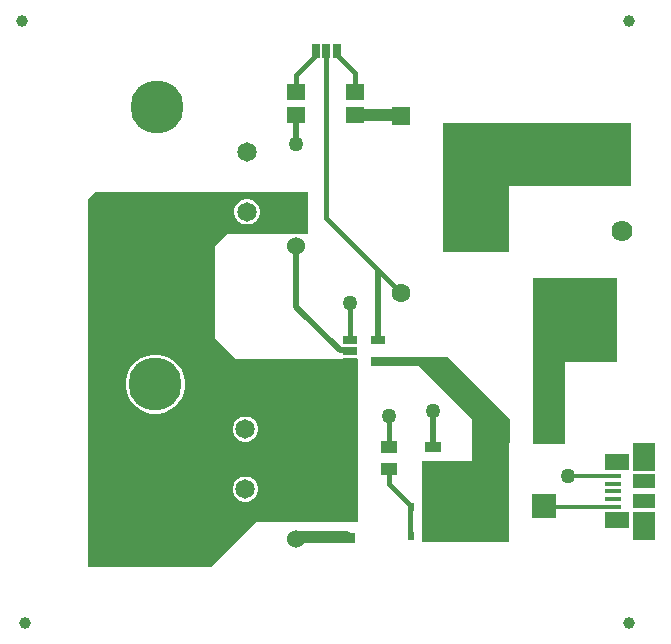
<source format=gtl>
G04*
G04 #@! TF.GenerationSoftware,Altium Limited,Altium Designer,25.4.2 (15)*
G04*
G04 Layer_Physical_Order=1*
G04 Layer_Color=255*
%FSLAX44Y44*%
%MOMM*%
G71*
G04*
G04 #@! TF.SameCoordinates,15869630-21D1-4171-BE07-BC68FFD32C74*
G04*
G04*
G04 #@! TF.FilePolarity,Positive*
G04*
G01*
G75*
%ADD10C,0.5080*%
%ADD17C,0.3810*%
%ADD18C,0.3048*%
%ADD21R,0.6000X0.8000*%
%ADD22R,1.3000X0.7000*%
%ADD23R,1.4500X1.0500*%
%ADD24R,1.5500X1.3500*%
%ADD25R,0.6350X1.2700*%
%ADD26R,2.0000X2.0000*%
%ADD27R,1.4000X0.9500*%
%ADD28R,1.3800X0.4500*%
%ADD29R,2.1000X1.4750*%
%ADD30R,1.9000X2.3750*%
%ADD31R,1.9000X1.1750*%
%ADD32R,6.3500X3.3000*%
%ADD33R,6.3500X3.8100*%
%ADD34R,4.0600X3.3000*%
%ADD45C,1.5240*%
%ADD51C,1.7800*%
%ADD54C,0.3302*%
%ADD55C,1.0160*%
%ADD56C,1.0000*%
%ADD57C,1.6500*%
%ADD58C,4.5000*%
%ADD59R,1.6000X1.6000*%
%ADD60C,1.6000*%
%ADD61C,1.2700*%
%ADD62C,0.8636*%
G36*
X541020Y396240D02*
X438150D01*
Y340360D01*
X382270D01*
Y449580D01*
X541020D01*
Y396240D01*
D02*
G37*
G36*
X529590Y247650D02*
X485140D01*
Y177800D01*
X458470D01*
Y318770D01*
X529590D01*
Y247650D01*
D02*
G37*
G36*
X267970Y355728D02*
X199088D01*
X189230Y345870D01*
Y267970D01*
X207010Y250190D01*
X309880D01*
Y111760D01*
X223520Y111760D01*
X185420Y73660D01*
X81280D01*
Y384810D01*
X87630Y391160D01*
X267970D01*
Y355728D01*
D02*
G37*
G36*
X438150Y199390D02*
Y95250D01*
X364490D01*
Y163830D01*
X406400D01*
Y199390D01*
X361950Y243840D01*
X321310D01*
Y251460D01*
X386080D01*
X438150Y199390D01*
D02*
G37*
%LPC*%
G36*
X217320Y385440D02*
X214480D01*
X211735Y384705D01*
X209275Y383284D01*
X207266Y381275D01*
X205845Y378815D01*
X205110Y376071D01*
Y373229D01*
X205845Y370485D01*
X207266Y368025D01*
X209275Y366016D01*
X211735Y364595D01*
X214480Y363860D01*
X217320D01*
X220065Y364595D01*
X222525Y366016D01*
X224534Y368025D01*
X225955Y370485D01*
X226690Y373229D01*
Y376071D01*
X225955Y378815D01*
X224534Y381275D01*
X222525Y383284D01*
X220065Y384705D01*
X217320Y385440D01*
D02*
G37*
G36*
X140896Y253640D02*
X135964D01*
X131126Y252678D01*
X126569Y250790D01*
X122468Y248050D01*
X118980Y244562D01*
X116240Y240461D01*
X114352Y235904D01*
X113390Y231066D01*
Y226134D01*
X114352Y221296D01*
X116240Y216739D01*
X118980Y212638D01*
X122468Y209150D01*
X126569Y206410D01*
X131126Y204522D01*
X135964Y203560D01*
X140896D01*
X145734Y204522D01*
X150291Y206410D01*
X154392Y209150D01*
X157880Y212638D01*
X160620Y216739D01*
X162508Y221296D01*
X163470Y226134D01*
Y231066D01*
X162508Y235904D01*
X160620Y240461D01*
X157880Y244562D01*
X154392Y248050D01*
X150291Y250790D01*
X145734Y252678D01*
X140896Y253640D01*
D02*
G37*
G36*
X216050Y201290D02*
X213209D01*
X210465Y200555D01*
X208005Y199134D01*
X205996Y197125D01*
X204575Y194665D01*
X203840Y191921D01*
Y189079D01*
X204575Y186335D01*
X205996Y183875D01*
X208005Y181866D01*
X210465Y180445D01*
X213209Y179710D01*
X216050D01*
X218795Y180445D01*
X221255Y181866D01*
X223264Y183875D01*
X224685Y186335D01*
X225420Y189079D01*
Y191921D01*
X224685Y194665D01*
X223264Y197125D01*
X221255Y199134D01*
X218795Y200555D01*
X216050Y201290D01*
D02*
G37*
G36*
Y150490D02*
X213209D01*
X210465Y149755D01*
X208005Y148334D01*
X205996Y146325D01*
X204575Y143865D01*
X203840Y141121D01*
Y138279D01*
X204575Y135535D01*
X205996Y133075D01*
X208005Y131066D01*
X210465Y129645D01*
X213209Y128910D01*
X216050D01*
X218795Y129645D01*
X221255Y131066D01*
X223264Y133075D01*
X224685Y135535D01*
X225420Y138279D01*
Y141121D01*
X224685Y143865D01*
X223264Y146325D01*
X221255Y148334D01*
X218795Y149755D01*
X216050Y150490D01*
D02*
G37*
%LPD*%
D10*
X299900Y98880D02*
X300990Y99970D01*
X257810Y97790D02*
X258900Y98880D01*
X302040Y257460D02*
X302960Y256540D01*
X294356Y257460D02*
X302040D01*
X257810Y294006D02*
X294356Y257460D01*
X257810Y294006D02*
Y345440D01*
X373380Y175620D02*
Y205740D01*
X326960Y266040D02*
Y325680D01*
X346300Y456340D02*
X346710Y455930D01*
X257810Y431800D02*
Y456340D01*
D17*
X302960Y266040D02*
X303530Y266610D01*
Y297180D01*
X336550Y175370D02*
Y201930D01*
X354206Y100330D02*
Y126353D01*
X336550Y144009D02*
X354206Y126353D01*
X336550Y144009D02*
Y156870D01*
X326320Y326320D02*
X326960Y325680D01*
X326320Y326320D02*
X346710Y305930D01*
X283210Y369430D02*
X326320Y326320D01*
X283210Y369430D02*
Y510540D01*
X307350Y475840D02*
Y492115D01*
X292100Y507365D02*
Y510540D01*
Y507365D02*
X307350Y492115D01*
X274320Y507365D02*
Y510540D01*
X257810Y475840D02*
Y490855D01*
X274320Y507365D01*
X465770Y125730D02*
X467040D01*
D18*
X467255Y125515D01*
D21*
X369200Y124460D02*
D03*
X354700D02*
D03*
X369200Y100330D02*
D03*
X354700D02*
D03*
D22*
X326960Y266040D02*
D03*
Y247040D02*
D03*
X302960D02*
D03*
Y256540D02*
D03*
Y266040D02*
D03*
D23*
X336550Y175370D02*
D03*
Y156870D02*
D03*
D24*
X257810Y456340D02*
D03*
Y475840D02*
D03*
X307340Y456340D02*
D03*
Y475840D02*
D03*
D25*
X274320Y510540D02*
D03*
X283210D02*
D03*
X292100D02*
D03*
D26*
X427040Y125730D02*
D03*
X467040D02*
D03*
X428310Y189230D02*
D03*
X468310D02*
D03*
D27*
X300990Y98700D02*
D03*
Y117200D02*
D03*
X373380Y175620D02*
D03*
Y157120D02*
D03*
D28*
X525850Y124915D02*
D03*
Y131415D02*
D03*
Y137915D02*
D03*
Y144415D02*
D03*
Y150915D02*
D03*
D29*
X529450Y113290D02*
D03*
Y162540D02*
D03*
D30*
X552450Y108790D02*
D03*
Y167040D02*
D03*
D31*
Y129540D02*
D03*
Y146290D02*
D03*
D32*
X495800Y426740D02*
D03*
D33*
Y293840D02*
D03*
D34*
X404400Y365740D02*
D03*
D45*
X257810Y123190D02*
D03*
Y97790D02*
D03*
Y370840D02*
D03*
Y345440D02*
D03*
D51*
X533400Y358140D02*
D03*
D54*
X487836Y150974D02*
X525791D01*
X487680Y151130D02*
X487836Y150974D01*
X465770Y125730D02*
X466585Y124915D01*
X525850D01*
X525791Y150974D02*
X525850Y150915D01*
D55*
X258900Y98880D02*
X299900D01*
X307340Y456340D02*
X346300D01*
D56*
X27940Y26670D02*
D03*
X539750Y535940D02*
D03*
Y26670D02*
D03*
X25400Y535940D02*
D03*
D57*
X215900Y374650D02*
D03*
Y425450D02*
D03*
X214630Y190500D02*
D03*
Y139700D02*
D03*
D58*
X139700Y463550D02*
D03*
Y336550D02*
D03*
X138430Y101600D02*
D03*
Y228600D02*
D03*
D59*
X346710Y455930D02*
D03*
D60*
Y305930D02*
D03*
D61*
X487680Y151130D02*
D03*
X303530Y297180D02*
D03*
X336550Y201930D02*
D03*
X373380Y205740D02*
D03*
X257810Y431800D02*
D03*
D62*
X428625Y434340D02*
D03*
X405130D02*
D03*
X452120Y414020D02*
D03*
X428625D02*
D03*
X405130D02*
D03*
X452120Y434340D02*
D03*
M02*

</source>
